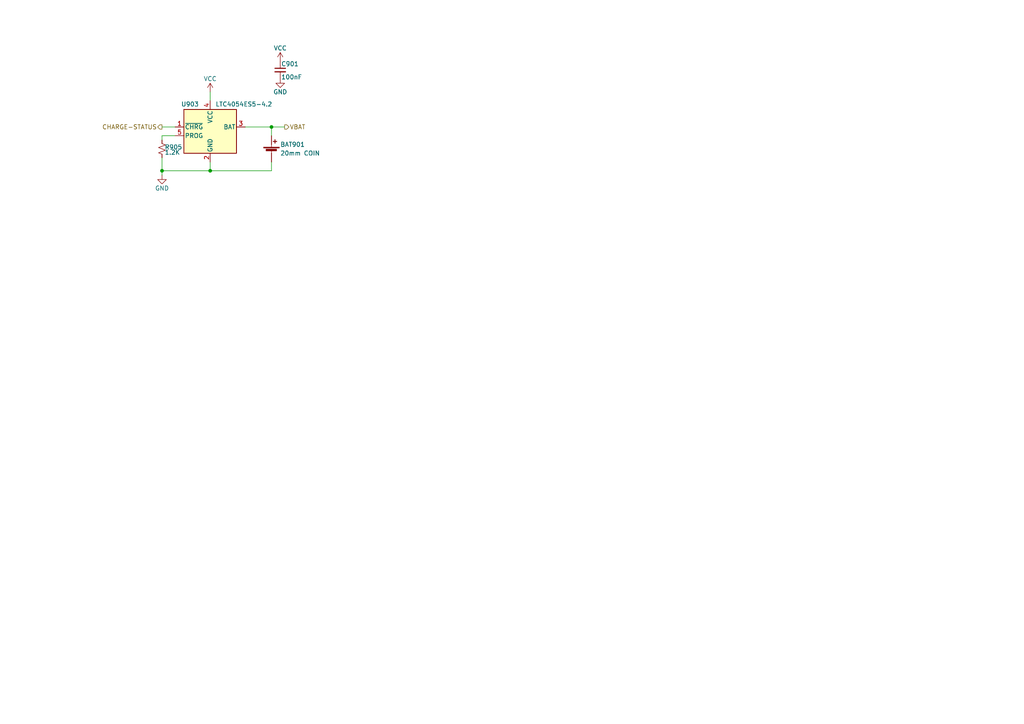
<source format=kicad_sch>
(kicad_sch (version 20211123) (generator eeschema)

  (uuid f8429f51-bf62-49d0-8270-6f5330dd42a1)

  (paper "A4")

  (lib_symbols
    (symbol "Battery_Management:LTC4054ES5-4.2" (pin_names (offset 0.254)) (in_bom yes) (on_board yes)
      (property "Reference" "U" (id 0) (at -5.842 6.604 0)
        (effects (font (size 1.27 1.27)))
      )
      (property "Value" "LTC4054ES5-4.2" (id 1) (at 1.524 6.604 0)
        (effects (font (size 1.27 1.27)) (justify left))
      )
      (property "Footprint" "Package_TO_SOT_SMD:TSOT-23-5" (id 2) (at 0 -12.7 0)
        (effects (font (size 1.27 1.27)) hide)
      )
      (property "Datasheet" "https://www.analog.com/media/en/technical-documentation/data-sheets/405442xf.pdf" (id 3) (at 0 -2.54 0)
        (effects (font (size 1.27 1.27)) hide)
      )
      (property "ki_keywords" "Constant-current constant-voltage linear charger single cell lithium-ion battery" (id 4) (at 0 0 0)
        (effects (font (size 1.27 1.27)) hide)
      )
      (property "ki_description" "Constant-current/constant-voltage linear charger for single cell lithium-ion batteries with 2.9V Trickle Charge, 4.5V to 6.5V VDD, -40 to +85 degree Celsius, TSOT-23-5" (id 5) (at 0 0 0)
        (effects (font (size 1.27 1.27)) hide)
      )
      (property "ki_fp_filters" "TSOT?23*" (id 6) (at 0 0 0)
        (effects (font (size 1.27 1.27)) hide)
      )
      (symbol "LTC4054ES5-4.2_0_1"
        (rectangle (start -7.62 5.08) (end 7.62 -7.62)
          (stroke (width 0.254) (type default) (color 0 0 0 0))
          (fill (type background))
        )
      )
      (symbol "LTC4054ES5-4.2_1_1"
        (pin open_collector line (at -10.16 0 0) (length 2.54)
          (name "~{CHRG}" (effects (font (size 1.27 1.27))))
          (number "1" (effects (font (size 1.27 1.27))))
        )
        (pin power_in line (at 0 -10.16 90) (length 2.54)
          (name "GND" (effects (font (size 1.27 1.27))))
          (number "2" (effects (font (size 1.27 1.27))))
        )
        (pin power_out line (at 10.16 0 180) (length 2.54)
          (name "BAT" (effects (font (size 1.27 1.27))))
          (number "3" (effects (font (size 1.27 1.27))))
        )
        (pin power_in line (at 0 7.62 270) (length 2.54)
          (name "VCC" (effects (font (size 1.27 1.27))))
          (number "4" (effects (font (size 1.27 1.27))))
        )
        (pin bidirectional line (at -10.16 -2.54 0) (length 2.54)
          (name "PROG" (effects (font (size 1.27 1.27))))
          (number "5" (effects (font (size 1.27 1.27))))
        )
      )
    )
    (symbol "Device:Battery_Cell" (pin_numbers hide) (pin_names (offset 0) hide) (in_bom yes) (on_board yes)
      (property "Reference" "BT" (id 0) (at 2.54 2.54 0)
        (effects (font (size 1.27 1.27)) (justify left))
      )
      (property "Value" "Battery_Cell" (id 1) (at 2.54 0 0)
        (effects (font (size 1.27 1.27)) (justify left))
      )
      (property "Footprint" "" (id 2) (at 0 1.524 90)
        (effects (font (size 1.27 1.27)) hide)
      )
      (property "Datasheet" "~" (id 3) (at 0 1.524 90)
        (effects (font (size 1.27 1.27)) hide)
      )
      (property "ki_keywords" "battery cell" (id 4) (at 0 0 0)
        (effects (font (size 1.27 1.27)) hide)
      )
      (property "ki_description" "Single-cell battery" (id 5) (at 0 0 0)
        (effects (font (size 1.27 1.27)) hide)
      )
      (symbol "Battery_Cell_0_1"
        (rectangle (start -2.286 1.778) (end 2.286 1.524)
          (stroke (width 0) (type default) (color 0 0 0 0))
          (fill (type outline))
        )
        (rectangle (start -1.5748 1.1938) (end 1.4732 0.6858)
          (stroke (width 0) (type default) (color 0 0 0 0))
          (fill (type outline))
        )
        (polyline
          (pts
            (xy 0 0.762)
            (xy 0 0)
          )
          (stroke (width 0) (type default) (color 0 0 0 0))
          (fill (type none))
        )
        (polyline
          (pts
            (xy 0 1.778)
            (xy 0 2.54)
          )
          (stroke (width 0) (type default) (color 0 0 0 0))
          (fill (type none))
        )
        (polyline
          (pts
            (xy 0.508 3.429)
            (xy 1.524 3.429)
          )
          (stroke (width 0.254) (type default) (color 0 0 0 0))
          (fill (type none))
        )
        (polyline
          (pts
            (xy 1.016 3.937)
            (xy 1.016 2.921)
          )
          (stroke (width 0.254) (type default) (color 0 0 0 0))
          (fill (type none))
        )
      )
      (symbol "Battery_Cell_1_1"
        (pin passive line (at 0 5.08 270) (length 2.54)
          (name "+" (effects (font (size 1.27 1.27))))
          (number "1" (effects (font (size 1.27 1.27))))
        )
        (pin passive line (at 0 -2.54 90) (length 2.54)
          (name "-" (effects (font (size 1.27 1.27))))
          (number "2" (effects (font (size 1.27 1.27))))
        )
      )
    )
    (symbol "Device:C_Small" (pin_numbers hide) (pin_names (offset 0.254) hide) (in_bom yes) (on_board yes)
      (property "Reference" "C" (id 0) (at 0.254 1.778 0)
        (effects (font (size 1.27 1.27)) (justify left))
      )
      (property "Value" "C_Small" (id 1) (at 0.254 -2.032 0)
        (effects (font (size 1.27 1.27)) (justify left))
      )
      (property "Footprint" "" (id 2) (at 0 0 0)
        (effects (font (size 1.27 1.27)) hide)
      )
      (property "Datasheet" "~" (id 3) (at 0 0 0)
        (effects (font (size 1.27 1.27)) hide)
      )
      (property "ki_keywords" "capacitor cap" (id 4) (at 0 0 0)
        (effects (font (size 1.27 1.27)) hide)
      )
      (property "ki_description" "Unpolarized capacitor, small symbol" (id 5) (at 0 0 0)
        (effects (font (size 1.27 1.27)) hide)
      )
      (property "ki_fp_filters" "C_*" (id 6) (at 0 0 0)
        (effects (font (size 1.27 1.27)) hide)
      )
      (symbol "C_Small_0_1"
        (polyline
          (pts
            (xy -1.524 -0.508)
            (xy 1.524 -0.508)
          )
          (stroke (width 0.3302) (type default) (color 0 0 0 0))
          (fill (type none))
        )
        (polyline
          (pts
            (xy -1.524 0.508)
            (xy 1.524 0.508)
          )
          (stroke (width 0.3048) (type default) (color 0 0 0 0))
          (fill (type none))
        )
      )
      (symbol "C_Small_1_1"
        (pin passive line (at 0 2.54 270) (length 2.032)
          (name "~" (effects (font (size 1.27 1.27))))
          (number "1" (effects (font (size 1.27 1.27))))
        )
        (pin passive line (at 0 -2.54 90) (length 2.032)
          (name "~" (effects (font (size 1.27 1.27))))
          (number "2" (effects (font (size 1.27 1.27))))
        )
      )
    )
    (symbol "Device:R_Small_US" (pin_numbers hide) (pin_names (offset 0.254) hide) (in_bom yes) (on_board yes)
      (property "Reference" "R" (id 0) (at 0.762 0.508 0)
        (effects (font (size 1.27 1.27)) (justify left))
      )
      (property "Value" "R_Small_US" (id 1) (at 0.762 -1.016 0)
        (effects (font (size 1.27 1.27)) (justify left))
      )
      (property "Footprint" "" (id 2) (at 0 0 0)
        (effects (font (size 1.27 1.27)) hide)
      )
      (property "Datasheet" "~" (id 3) (at 0 0 0)
        (effects (font (size 1.27 1.27)) hide)
      )
      (property "ki_keywords" "r resistor" (id 4) (at 0 0 0)
        (effects (font (size 1.27 1.27)) hide)
      )
      (property "ki_description" "Resistor, small US symbol" (id 5) (at 0 0 0)
        (effects (font (size 1.27 1.27)) hide)
      )
      (property "ki_fp_filters" "R_*" (id 6) (at 0 0 0)
        (effects (font (size 1.27 1.27)) hide)
      )
      (symbol "R_Small_US_1_1"
        (polyline
          (pts
            (xy 0 0)
            (xy 1.016 -0.381)
            (xy 0 -0.762)
            (xy -1.016 -1.143)
            (xy 0 -1.524)
          )
          (stroke (width 0) (type default) (color 0 0 0 0))
          (fill (type none))
        )
        (polyline
          (pts
            (xy 0 1.524)
            (xy 1.016 1.143)
            (xy 0 0.762)
            (xy -1.016 0.381)
            (xy 0 0)
          )
          (stroke (width 0) (type default) (color 0 0 0 0))
          (fill (type none))
        )
        (pin passive line (at 0 2.54 270) (length 1.016)
          (name "~" (effects (font (size 1.27 1.27))))
          (number "1" (effects (font (size 1.27 1.27))))
        )
        (pin passive line (at 0 -2.54 90) (length 1.016)
          (name "~" (effects (font (size 1.27 1.27))))
          (number "2" (effects (font (size 1.27 1.27))))
        )
      )
    )
    (symbol "power:GND" (power) (pin_names (offset 0)) (in_bom yes) (on_board yes)
      (property "Reference" "#PWR" (id 0) (at 0 -6.35 0)
        (effects (font (size 1.27 1.27)) hide)
      )
      (property "Value" "GND" (id 1) (at 0 -3.81 0)
        (effects (font (size 1.27 1.27)))
      )
      (property "Footprint" "" (id 2) (at 0 0 0)
        (effects (font (size 1.27 1.27)) hide)
      )
      (property "Datasheet" "" (id 3) (at 0 0 0)
        (effects (font (size 1.27 1.27)) hide)
      )
      (property "ki_keywords" "power-flag" (id 4) (at 0 0 0)
        (effects (font (size 1.27 1.27)) hide)
      )
      (property "ki_description" "Power symbol creates a global label with name \"GND\" , ground" (id 5) (at 0 0 0)
        (effects (font (size 1.27 1.27)) hide)
      )
      (symbol "GND_0_1"
        (polyline
          (pts
            (xy 0 0)
            (xy 0 -1.27)
            (xy 1.27 -1.27)
            (xy 0 -2.54)
            (xy -1.27 -1.27)
            (xy 0 -1.27)
          )
          (stroke (width 0) (type default) (color 0 0 0 0))
          (fill (type none))
        )
      )
      (symbol "GND_1_1"
        (pin power_in line (at 0 0 270) (length 0) hide
          (name "GND" (effects (font (size 1.27 1.27))))
          (number "1" (effects (font (size 1.27 1.27))))
        )
      )
    )
    (symbol "power:VCC" (power) (pin_names (offset 0)) (in_bom yes) (on_board yes)
      (property "Reference" "#PWR" (id 0) (at 0 -3.81 0)
        (effects (font (size 1.27 1.27)) hide)
      )
      (property "Value" "VCC" (id 1) (at 0 3.81 0)
        (effects (font (size 1.27 1.27)))
      )
      (property "Footprint" "" (id 2) (at 0 0 0)
        (effects (font (size 1.27 1.27)) hide)
      )
      (property "Datasheet" "" (id 3) (at 0 0 0)
        (effects (font (size 1.27 1.27)) hide)
      )
      (property "ki_keywords" "power-flag" (id 4) (at 0 0 0)
        (effects (font (size 1.27 1.27)) hide)
      )
      (property "ki_description" "Power symbol creates a global label with name \"VCC\"" (id 5) (at 0 0 0)
        (effects (font (size 1.27 1.27)) hide)
      )
      (symbol "VCC_0_1"
        (polyline
          (pts
            (xy -0.762 1.27)
            (xy 0 2.54)
          )
          (stroke (width 0) (type default) (color 0 0 0 0))
          (fill (type none))
        )
        (polyline
          (pts
            (xy 0 0)
            (xy 0 2.54)
          )
          (stroke (width 0) (type default) (color 0 0 0 0))
          (fill (type none))
        )
        (polyline
          (pts
            (xy 0 2.54)
            (xy 0.762 1.27)
          )
          (stroke (width 0) (type default) (color 0 0 0 0))
          (fill (type none))
        )
      )
      (symbol "VCC_1_1"
        (pin power_in line (at 0 0 90) (length 0) hide
          (name "VCC" (effects (font (size 1.27 1.27))))
          (number "1" (effects (font (size 1.27 1.27))))
        )
      )
    )
  )

  (junction (at 60.96 49.53) (diameter 0) (color 0 0 0 0)
    (uuid 9ebaad78-3f32-48a7-86eb-ab86b7e7d38e)
  )
  (junction (at 78.74 36.83) (diameter 0) (color 0 0 0 0)
    (uuid f3aefdbe-12bf-408a-ac87-0243dd57b04e)
  )
  (junction (at 46.99 49.53) (diameter 0) (color 0 0 0 0)
    (uuid fb9fe558-df30-4f9e-b203-17782dced25a)
  )

  (wire (pts (xy 78.74 49.53) (xy 60.96 49.53))
    (stroke (width 0) (type default) (color 0 0 0 0))
    (uuid 11a62e98-113b-4411-b0d2-4bd153f6b93a)
  )
  (wire (pts (xy 60.96 29.21) (xy 60.96 26.67))
    (stroke (width 0) (type default) (color 0 0 0 0))
    (uuid 2ebac978-4f9f-49a9-a893-ae24411e545a)
  )
  (wire (pts (xy 78.74 46.99) (xy 78.74 49.53))
    (stroke (width 0) (type default) (color 0 0 0 0))
    (uuid 32db62fb-d270-4914-a540-2f0fb8ab967b)
  )
  (wire (pts (xy 46.99 36.83) (xy 50.8 36.83))
    (stroke (width 0) (type default) (color 0 0 0 0))
    (uuid 3a3be275-f8cb-4ce9-bc1c-4d9864c65500)
  )
  (wire (pts (xy 78.74 36.83) (xy 82.55 36.83))
    (stroke (width 0) (type default) (color 0 0 0 0))
    (uuid 3f22a1a1-9407-4c39-bebe-4239768f6a2e)
  )
  (wire (pts (xy 50.8 39.37) (xy 46.99 39.37))
    (stroke (width 0) (type default) (color 0 0 0 0))
    (uuid 706bd907-bc33-4282-827b-24757f97b41b)
  )
  (wire (pts (xy 46.99 49.53) (xy 60.96 49.53))
    (stroke (width 0) (type default) (color 0 0 0 0))
    (uuid 720085b9-4fa8-459f-aa10-983298b2adf4)
  )
  (wire (pts (xy 60.96 49.53) (xy 60.96 46.99))
    (stroke (width 0) (type default) (color 0 0 0 0))
    (uuid 8caf44c7-5c08-49c3-86d8-b4428eb1f863)
  )
  (wire (pts (xy 78.74 36.83) (xy 71.12 36.83))
    (stroke (width 0) (type default) (color 0 0 0 0))
    (uuid 8fd0b18e-258c-4b5b-bd04-b5990599df57)
  )
  (wire (pts (xy 46.99 49.53) (xy 46.99 50.8))
    (stroke (width 0) (type default) (color 0 0 0 0))
    (uuid 9368f1ce-3016-4dd6-aefb-da9f16508261)
  )
  (wire (pts (xy 46.99 39.37) (xy 46.99 40.64))
    (stroke (width 0) (type default) (color 0 0 0 0))
    (uuid b5d1e3a2-bc5d-4156-8470-3a15e2438890)
  )
  (wire (pts (xy 78.74 39.37) (xy 78.74 36.83))
    (stroke (width 0) (type default) (color 0 0 0 0))
    (uuid b66af9ba-611b-4f5f-a6e7-7d2f69605f41)
  )
  (wire (pts (xy 46.99 45.72) (xy 46.99 49.53))
    (stroke (width 0) (type default) (color 0 0 0 0))
    (uuid c8868fbc-edc1-48e7-bd1a-1666ad924228)
  )

  (hierarchical_label "VBAT" (shape output) (at 82.55 36.83 0)
    (effects (font (size 1.27 1.27)) (justify left))
    (uuid 2fd13051-7e60-4183-82b5-cc99a1b5424e)
  )
  (hierarchical_label "CHARGE-STATUS" (shape output) (at 46.99 36.83 180)
    (effects (font (size 1.27 1.27)) (justify right))
    (uuid 92c7dd05-2410-444c-a379-62dad0d7b90a)
  )

  (symbol (lib_id "Device:R_Small_US") (at 46.99 43.18 0) (unit 1)
    (in_bom yes) (on_board yes)
    (uuid 03389109-705f-4d85-9315-b2b7811e41d8)
    (property "Reference" "R905" (id 0) (at 47.752 42.672 0)
      (effects (font (size 1.27 1.27)) (justify left))
    )
    (property "Value" "1.2K" (id 1) (at 47.752 44.196 0)
      (effects (font (size 1.27 1.27)) (justify left))
    )
    (property "Footprint" "Resistor_SMD:R_0603_1608Metric" (id 2) (at 46.99 43.18 0)
      (effects (font (size 1.27 1.27)) hide)
    )
    (property "Datasheet" "~" (id 3) (at 46.99 43.18 0)
      (effects (font (size 1.27 1.27)) hide)
    )
    (pin "1" (uuid d8a40d2d-4dee-4e04-aab3-13cb13d7f961))
    (pin "2" (uuid 81002b6c-24c4-41a0-a35d-7c1980daef21))
  )

  (symbol (lib_id "Battery_Management:LTC4054ES5-4.2") (at 60.96 36.83 0) (unit 1)
    (in_bom yes) (on_board yes)
    (uuid 18fdb00d-2cf6-41ea-b635-0d6b3638832b)
    (property "Reference" "U903" (id 0) (at 55.118 30.226 0))
    (property "Value" "LTC4054ES5-4.2" (id 1) (at 62.484 30.226 0)
      (effects (font (size 1.27 1.27)) (justify left))
    )
    (property "Footprint" "Package_TO_SOT_SMD:TSOT-23-5" (id 2) (at 60.96 49.53 0)
      (effects (font (size 1.27 1.27)) hide)
    )
    (property "Datasheet" "https://www.analog.com/media/en/technical-documentation/data-sheets/405442xf.pdf" (id 3) (at 60.96 39.37 0)
      (effects (font (size 1.27 1.27)) hide)
    )
    (pin "1" (uuid 1bfe8a4e-06a9-4f96-8d5c-1613cd300f72))
    (pin "2" (uuid 36e37880-88e2-4419-894d-efa45dd4cc6b))
    (pin "3" (uuid e5f51506-7943-4786-882d-f4e3a8c89ac4))
    (pin "4" (uuid c2226fa6-13bc-4eaf-8b6e-bc29fd82eb1c))
    (pin "5" (uuid 08422abf-22cb-45af-bd85-7e9155dd7d25))
  )

  (symbol (lib_id "power:GND") (at 46.99 50.8 0) (unit 1)
    (in_bom yes) (on_board yes)
    (uuid 3faadb04-ef03-466d-b010-f204bb779c23)
    (property "Reference" "#PWR0910" (id 0) (at 46.99 57.15 0)
      (effects (font (size 1.27 1.27)) hide)
    )
    (property "Value" "GND" (id 1) (at 46.99 54.61 0))
    (property "Footprint" "" (id 2) (at 46.99 50.8 0)
      (effects (font (size 1.27 1.27)) hide)
    )
    (property "Datasheet" "" (id 3) (at 46.99 50.8 0)
      (effects (font (size 1.27 1.27)) hide)
    )
    (pin "1" (uuid 337a6fda-df20-40aa-a55c-aaf0a5ff6698))
  )

  (symbol (lib_id "power:VCC") (at 81.28 17.78 0) (unit 1)
    (in_bom yes) (on_board yes)
    (uuid 75ef3678-fdbe-45f9-b565-a6381c29e443)
    (property "Reference" "#PWR0907" (id 0) (at 81.28 21.59 0)
      (effects (font (size 1.27 1.27)) hide)
    )
    (property "Value" "VCC" (id 1) (at 81.28 13.97 0))
    (property "Footprint" "" (id 2) (at 81.28 17.78 0)
      (effects (font (size 1.27 1.27)) hide)
    )
    (property "Datasheet" "" (id 3) (at 81.28 17.78 0)
      (effects (font (size 1.27 1.27)) hide)
    )
    (pin "1" (uuid bbe7c87f-6807-48a8-ae1b-3e8182e7225b))
  )

  (symbol (lib_id "Device:Battery_Cell") (at 78.74 44.45 0) (unit 1)
    (in_bom yes) (on_board yes)
    (uuid a466c461-ba36-4a48-a99c-258a66e2fdbf)
    (property "Reference" "BAT901" (id 0) (at 81.28 41.91 0)
      (effects (font (size 1.27 1.27)) (justify left))
    )
    (property "Value" "20mm COIN" (id 1) (at 81.28 44.45 0)
      (effects (font (size 1.27 1.27)) (justify left))
    )
    (property "Footprint" "Daxxn_Batteries:BatteryHolder_Keystone_3002_1x2032" (id 2) (at 78.74 42.926 90)
      (effects (font (size 1.27 1.27)) hide)
    )
    (property "Datasheet" "~" (id 3) (at 78.74 42.926 90)
      (effects (font (size 1.27 1.27)) hide)
    )
    (pin "1" (uuid f3ec981e-8493-4c96-a614-403a96dd3f2c))
    (pin "2" (uuid 8753568b-2b07-4359-a33b-417d832631f3))
  )

  (symbol (lib_id "power:VCC") (at 60.96 26.67 0) (unit 1)
    (in_bom yes) (on_board yes)
    (uuid a52b7112-b46a-410f-87e4-bf7739e78e94)
    (property "Reference" "#PWR0909" (id 0) (at 60.96 30.48 0)
      (effects (font (size 1.27 1.27)) hide)
    )
    (property "Value" "VCC" (id 1) (at 60.96 22.86 0))
    (property "Footprint" "" (id 2) (at 60.96 26.67 0)
      (effects (font (size 1.27 1.27)) hide)
    )
    (property "Datasheet" "" (id 3) (at 60.96 26.67 0)
      (effects (font (size 1.27 1.27)) hide)
    )
    (pin "1" (uuid 1317e02a-0cc5-4975-b9c4-ef5cea5b331f))
  )

  (symbol (lib_id "Device:C_Small") (at 81.28 20.32 0) (unit 1)
    (in_bom yes) (on_board yes)
    (uuid be2fae24-7b2a-4ece-9ed9-9276ec453762)
    (property "Reference" "C901" (id 0) (at 81.534 18.542 0)
      (effects (font (size 1.27 1.27)) (justify left))
    )
    (property "Value" "100nF" (id 1) (at 81.534 22.352 0)
      (effects (font (size 1.27 1.27)) (justify left))
    )
    (property "Footprint" "Capacitor_SMD:C_0603_1608Metric" (id 2) (at 81.28 20.32 0)
      (effects (font (size 1.27 1.27)) hide)
    )
    (property "Datasheet" "~" (id 3) (at 81.28 20.32 0)
      (effects (font (size 1.27 1.27)) hide)
    )
    (pin "1" (uuid ef1ba224-4457-4f8d-8abe-5f7c4c8a7a43))
    (pin "2" (uuid ad67560f-c4fc-47e7-8a3d-789d7085297a))
  )

  (symbol (lib_id "power:GND") (at 81.28 22.86 0) (unit 1)
    (in_bom yes) (on_board yes)
    (uuid c2c82dd4-ae77-4cde-bb44-c7f231ce25ec)
    (property "Reference" "#PWR0908" (id 0) (at 81.28 29.21 0)
      (effects (font (size 1.27 1.27)) hide)
    )
    (property "Value" "GND" (id 1) (at 81.28 26.67 0))
    (property "Footprint" "" (id 2) (at 81.28 22.86 0)
      (effects (font (size 1.27 1.27)) hide)
    )
    (property "Datasheet" "" (id 3) (at 81.28 22.86 0)
      (effects (font (size 1.27 1.27)) hide)
    )
    (pin "1" (uuid 7f7a7096-86b5-4b2f-ac43-9ff4296e0e83))
  )
)

</source>
